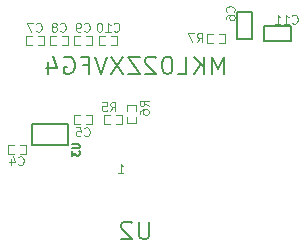
<source format=gbo>
G04 (created by PCBNEW (2013-07-07 BZR 4022)-stable) date 10/2/2014 10:21:40 AM*
%MOIN*%
G04 Gerber Fmt 3.4, Leading zero omitted, Abs format*
%FSLAX34Y34*%
G01*
G70*
G90*
G04 APERTURE LIST*
%ADD10C,0.00590551*%
%ADD11C,0.005*%
%ADD12C,0.0028*%
%ADD13C,0.00472441*%
G04 APERTURE END LIST*
G54D10*
G54D11*
X83440Y-55490D02*
X82540Y-55490D01*
X82540Y-55490D02*
X82540Y-55990D01*
X82540Y-55990D02*
X83440Y-55990D01*
X83440Y-55990D02*
X83440Y-55490D01*
X81650Y-55000D02*
X81650Y-55900D01*
X81650Y-55900D02*
X82150Y-55900D01*
X82150Y-55900D02*
X82150Y-55000D01*
X82150Y-55000D02*
X81650Y-55000D01*
X74800Y-58750D02*
X74800Y-59450D01*
X74800Y-59450D02*
X76000Y-59450D01*
X76000Y-59450D02*
X76000Y-58750D01*
X76000Y-58750D02*
X74800Y-58750D01*
G54D12*
X77450Y-55800D02*
X77650Y-55800D01*
X77650Y-55800D02*
X77650Y-56100D01*
X77650Y-56100D02*
X77450Y-56100D01*
X77250Y-55800D02*
X77050Y-55800D01*
X77050Y-55800D02*
X77050Y-56100D01*
X77050Y-56100D02*
X77250Y-56100D01*
X75000Y-55800D02*
X75200Y-55800D01*
X75200Y-55800D02*
X75200Y-56100D01*
X75200Y-56100D02*
X75000Y-56100D01*
X74800Y-55800D02*
X74600Y-55800D01*
X74600Y-55800D02*
X74600Y-56100D01*
X74600Y-56100D02*
X74800Y-56100D01*
X80850Y-56050D02*
X80650Y-56050D01*
X80650Y-56050D02*
X80650Y-55750D01*
X80650Y-55750D02*
X80850Y-55750D01*
X81050Y-56050D02*
X81250Y-56050D01*
X81250Y-56050D02*
X81250Y-55750D01*
X81250Y-55750D02*
X81050Y-55750D01*
X77400Y-58750D02*
X77200Y-58750D01*
X77200Y-58750D02*
X77200Y-58450D01*
X77200Y-58450D02*
X77400Y-58450D01*
X77600Y-58750D02*
X77800Y-58750D01*
X77800Y-58750D02*
X77800Y-58450D01*
X77800Y-58450D02*
X77600Y-58450D01*
X75800Y-55800D02*
X76000Y-55800D01*
X76000Y-55800D02*
X76000Y-56100D01*
X76000Y-56100D02*
X75800Y-56100D01*
X75600Y-55800D02*
X75400Y-55800D01*
X75400Y-55800D02*
X75400Y-56100D01*
X75400Y-56100D02*
X75600Y-56100D01*
X76400Y-56100D02*
X76200Y-56100D01*
X76200Y-56100D02*
X76200Y-55800D01*
X76200Y-55800D02*
X76400Y-55800D01*
X76600Y-56100D02*
X76800Y-56100D01*
X76800Y-56100D02*
X76800Y-55800D01*
X76800Y-55800D02*
X76600Y-55800D01*
X76400Y-58750D02*
X76200Y-58750D01*
X76200Y-58750D02*
X76200Y-58450D01*
X76200Y-58450D02*
X76400Y-58450D01*
X76600Y-58750D02*
X76800Y-58750D01*
X76800Y-58750D02*
X76800Y-58450D01*
X76800Y-58450D02*
X76600Y-58450D01*
X74400Y-59450D02*
X74600Y-59450D01*
X74600Y-59450D02*
X74600Y-59750D01*
X74600Y-59750D02*
X74400Y-59750D01*
X74200Y-59450D02*
X74000Y-59450D01*
X74000Y-59450D02*
X74000Y-59750D01*
X74000Y-59750D02*
X74200Y-59750D01*
X78275Y-58525D02*
X78275Y-58725D01*
X78275Y-58725D02*
X77975Y-58725D01*
X77975Y-58725D02*
X77975Y-58525D01*
X78275Y-58325D02*
X78275Y-58125D01*
X78275Y-58125D02*
X77975Y-58125D01*
X77975Y-58125D02*
X77975Y-58325D01*
G54D13*
X83479Y-55374D02*
X83493Y-55388D01*
X83535Y-55402D01*
X83563Y-55402D01*
X83605Y-55388D01*
X83633Y-55360D01*
X83647Y-55332D01*
X83661Y-55276D01*
X83661Y-55234D01*
X83647Y-55177D01*
X83633Y-55149D01*
X83605Y-55121D01*
X83563Y-55107D01*
X83535Y-55107D01*
X83493Y-55121D01*
X83479Y-55135D01*
X83197Y-55402D02*
X83366Y-55402D01*
X83282Y-55402D02*
X83282Y-55107D01*
X83310Y-55149D01*
X83338Y-55177D01*
X83366Y-55191D01*
X82916Y-55402D02*
X83085Y-55402D01*
X83000Y-55402D02*
X83000Y-55107D01*
X83029Y-55149D01*
X83057Y-55177D01*
X83085Y-55191D01*
X81534Y-55001D02*
X81548Y-54987D01*
X81562Y-54945D01*
X81562Y-54917D01*
X81548Y-54875D01*
X81520Y-54846D01*
X81492Y-54832D01*
X81436Y-54818D01*
X81394Y-54818D01*
X81337Y-54832D01*
X81309Y-54846D01*
X81281Y-54875D01*
X81267Y-54917D01*
X81267Y-54945D01*
X81281Y-54987D01*
X81295Y-55001D01*
X81267Y-55254D02*
X81267Y-55198D01*
X81281Y-55170D01*
X81295Y-55156D01*
X81337Y-55128D01*
X81394Y-55114D01*
X81506Y-55114D01*
X81534Y-55128D01*
X81548Y-55142D01*
X81562Y-55170D01*
X81562Y-55226D01*
X81548Y-55254D01*
X81534Y-55268D01*
X81506Y-55282D01*
X81436Y-55282D01*
X81408Y-55268D01*
X81394Y-55254D01*
X81380Y-55226D01*
X81380Y-55170D01*
X81394Y-55142D01*
X81408Y-55128D01*
X81436Y-55114D01*
G54D11*
X76151Y-59409D02*
X76353Y-59409D01*
X76377Y-59421D01*
X76389Y-59433D01*
X76401Y-59457D01*
X76401Y-59504D01*
X76389Y-59528D01*
X76377Y-59540D01*
X76353Y-59552D01*
X76151Y-59552D01*
X76151Y-59647D02*
X76151Y-59802D01*
X76246Y-59719D01*
X76246Y-59754D01*
X76258Y-59778D01*
X76270Y-59790D01*
X76294Y-59802D01*
X76353Y-59802D01*
X76377Y-59790D01*
X76389Y-59778D01*
X76401Y-59754D01*
X76401Y-59683D01*
X76389Y-59659D01*
X76377Y-59647D01*
G54D13*
X77539Y-55641D02*
X77553Y-55655D01*
X77596Y-55669D01*
X77624Y-55669D01*
X77666Y-55655D01*
X77694Y-55627D01*
X77708Y-55599D01*
X77722Y-55542D01*
X77722Y-55500D01*
X77708Y-55444D01*
X77694Y-55416D01*
X77666Y-55388D01*
X77624Y-55374D01*
X77596Y-55374D01*
X77553Y-55388D01*
X77539Y-55402D01*
X77258Y-55669D02*
X77427Y-55669D01*
X77342Y-55669D02*
X77342Y-55374D01*
X77371Y-55416D01*
X77399Y-55444D01*
X77427Y-55458D01*
X77075Y-55374D02*
X77047Y-55374D01*
X77019Y-55388D01*
X77005Y-55402D01*
X76991Y-55430D01*
X76977Y-55486D01*
X76977Y-55557D01*
X76991Y-55613D01*
X77005Y-55641D01*
X77019Y-55655D01*
X77047Y-55669D01*
X77075Y-55669D01*
X77103Y-55655D01*
X77117Y-55641D01*
X77132Y-55613D01*
X77146Y-55557D01*
X77146Y-55486D01*
X77132Y-55430D01*
X77117Y-55402D01*
X77103Y-55388D01*
X77075Y-55374D01*
X74949Y-55641D02*
X74963Y-55655D01*
X75005Y-55669D01*
X75033Y-55669D01*
X75075Y-55655D01*
X75103Y-55627D01*
X75117Y-55599D01*
X75132Y-55542D01*
X75132Y-55500D01*
X75117Y-55444D01*
X75103Y-55416D01*
X75075Y-55388D01*
X75033Y-55374D01*
X75005Y-55374D01*
X74963Y-55388D01*
X74949Y-55402D01*
X74850Y-55374D02*
X74653Y-55374D01*
X74780Y-55669D01*
X80299Y-56019D02*
X80397Y-55878D01*
X80467Y-56019D02*
X80467Y-55724D01*
X80355Y-55724D01*
X80327Y-55738D01*
X80313Y-55752D01*
X80299Y-55780D01*
X80299Y-55822D01*
X80313Y-55850D01*
X80327Y-55864D01*
X80355Y-55878D01*
X80467Y-55878D01*
X80200Y-55724D02*
X80003Y-55724D01*
X80130Y-56019D01*
X77424Y-58319D02*
X77522Y-58178D01*
X77592Y-58319D02*
X77592Y-58024D01*
X77480Y-58024D01*
X77452Y-58038D01*
X77438Y-58052D01*
X77424Y-58080D01*
X77424Y-58122D01*
X77438Y-58150D01*
X77452Y-58164D01*
X77480Y-58178D01*
X77592Y-58178D01*
X77157Y-58024D02*
X77297Y-58024D01*
X77311Y-58164D01*
X77297Y-58150D01*
X77269Y-58136D01*
X77199Y-58136D01*
X77171Y-58150D01*
X77157Y-58164D01*
X77142Y-58192D01*
X77142Y-58263D01*
X77157Y-58291D01*
X77171Y-58305D01*
X77199Y-58319D01*
X77269Y-58319D01*
X77297Y-58305D01*
X77311Y-58291D01*
X75749Y-55641D02*
X75763Y-55655D01*
X75805Y-55669D01*
X75833Y-55669D01*
X75875Y-55655D01*
X75903Y-55627D01*
X75917Y-55599D01*
X75932Y-55542D01*
X75932Y-55500D01*
X75917Y-55444D01*
X75903Y-55416D01*
X75875Y-55388D01*
X75833Y-55374D01*
X75805Y-55374D01*
X75763Y-55388D01*
X75749Y-55402D01*
X75580Y-55500D02*
X75608Y-55486D01*
X75622Y-55472D01*
X75636Y-55444D01*
X75636Y-55430D01*
X75622Y-55402D01*
X75608Y-55388D01*
X75580Y-55374D01*
X75524Y-55374D01*
X75496Y-55388D01*
X75482Y-55402D01*
X75467Y-55430D01*
X75467Y-55444D01*
X75482Y-55472D01*
X75496Y-55486D01*
X75524Y-55500D01*
X75580Y-55500D01*
X75608Y-55514D01*
X75622Y-55528D01*
X75636Y-55557D01*
X75636Y-55613D01*
X75622Y-55641D01*
X75608Y-55655D01*
X75580Y-55669D01*
X75524Y-55669D01*
X75496Y-55655D01*
X75482Y-55641D01*
X75467Y-55613D01*
X75467Y-55557D01*
X75482Y-55528D01*
X75496Y-55514D01*
X75524Y-55500D01*
X76549Y-55641D02*
X76563Y-55655D01*
X76605Y-55669D01*
X76633Y-55669D01*
X76675Y-55655D01*
X76703Y-55627D01*
X76717Y-55599D01*
X76732Y-55542D01*
X76732Y-55500D01*
X76717Y-55444D01*
X76703Y-55416D01*
X76675Y-55388D01*
X76633Y-55374D01*
X76605Y-55374D01*
X76563Y-55388D01*
X76549Y-55402D01*
X76408Y-55669D02*
X76352Y-55669D01*
X76324Y-55655D01*
X76310Y-55641D01*
X76282Y-55599D01*
X76267Y-55542D01*
X76267Y-55430D01*
X76282Y-55402D01*
X76296Y-55388D01*
X76324Y-55374D01*
X76380Y-55374D01*
X76408Y-55388D01*
X76422Y-55402D01*
X76436Y-55430D01*
X76436Y-55500D01*
X76422Y-55528D01*
X76408Y-55542D01*
X76380Y-55557D01*
X76324Y-55557D01*
X76296Y-55542D01*
X76282Y-55528D01*
X76267Y-55500D01*
X76549Y-59131D02*
X76563Y-59145D01*
X76605Y-59159D01*
X76633Y-59159D01*
X76675Y-59145D01*
X76703Y-59117D01*
X76717Y-59089D01*
X76732Y-59032D01*
X76732Y-58990D01*
X76717Y-58934D01*
X76703Y-58906D01*
X76675Y-58878D01*
X76633Y-58864D01*
X76605Y-58864D01*
X76563Y-58878D01*
X76549Y-58892D01*
X76282Y-58864D02*
X76422Y-58864D01*
X76436Y-59004D01*
X76422Y-58990D01*
X76394Y-58976D01*
X76324Y-58976D01*
X76296Y-58990D01*
X76282Y-59004D01*
X76267Y-59032D01*
X76267Y-59103D01*
X76282Y-59131D01*
X76296Y-59145D01*
X76324Y-59159D01*
X76394Y-59159D01*
X76422Y-59145D01*
X76436Y-59131D01*
X74349Y-60091D02*
X74363Y-60105D01*
X74405Y-60119D01*
X74433Y-60119D01*
X74475Y-60105D01*
X74503Y-60077D01*
X74517Y-60049D01*
X74532Y-59992D01*
X74532Y-59950D01*
X74517Y-59894D01*
X74503Y-59866D01*
X74475Y-59838D01*
X74433Y-59824D01*
X74405Y-59824D01*
X74363Y-59838D01*
X74349Y-59852D01*
X74096Y-59922D02*
X74096Y-60119D01*
X74166Y-59810D02*
X74236Y-60021D01*
X74053Y-60021D01*
X78694Y-58150D02*
X78553Y-58052D01*
X78694Y-57982D02*
X78399Y-57982D01*
X78399Y-58094D01*
X78413Y-58122D01*
X78427Y-58136D01*
X78455Y-58150D01*
X78497Y-58150D01*
X78525Y-58136D01*
X78539Y-58122D01*
X78553Y-58094D01*
X78553Y-57982D01*
X78399Y-58403D02*
X78399Y-58347D01*
X78413Y-58319D01*
X78427Y-58305D01*
X78469Y-58277D01*
X78525Y-58263D01*
X78638Y-58263D01*
X78666Y-58277D01*
X78680Y-58291D01*
X78694Y-58319D01*
X78694Y-58375D01*
X78680Y-58403D01*
X78666Y-58417D01*
X78638Y-58432D01*
X78567Y-58432D01*
X78539Y-58417D01*
X78525Y-58403D01*
X78511Y-58375D01*
X78511Y-58319D01*
X78525Y-58291D01*
X78539Y-58277D01*
X78567Y-58263D01*
G54D10*
X78719Y-61998D02*
X78719Y-62476D01*
X78691Y-62532D01*
X78663Y-62560D01*
X78607Y-62589D01*
X78494Y-62589D01*
X78438Y-62560D01*
X78410Y-62532D01*
X78382Y-62476D01*
X78382Y-61998D01*
X78129Y-62054D02*
X78101Y-62026D01*
X78045Y-61998D01*
X77904Y-61998D01*
X77848Y-62026D01*
X77820Y-62054D01*
X77791Y-62110D01*
X77791Y-62167D01*
X77820Y-62251D01*
X78157Y-62589D01*
X77791Y-62589D01*
X81208Y-57089D02*
X81208Y-56498D01*
X81011Y-56920D01*
X80814Y-56498D01*
X80814Y-57089D01*
X80533Y-57089D02*
X80533Y-56498D01*
X80196Y-57089D02*
X80449Y-56751D01*
X80196Y-56498D02*
X80533Y-56835D01*
X79662Y-57089D02*
X79943Y-57089D01*
X79943Y-56498D01*
X79352Y-56498D02*
X79296Y-56498D01*
X79240Y-56526D01*
X79212Y-56554D01*
X79183Y-56610D01*
X79155Y-56723D01*
X79155Y-56864D01*
X79183Y-56976D01*
X79212Y-57032D01*
X79240Y-57060D01*
X79296Y-57089D01*
X79352Y-57089D01*
X79408Y-57060D01*
X79437Y-57032D01*
X79465Y-56976D01*
X79493Y-56864D01*
X79493Y-56723D01*
X79465Y-56610D01*
X79437Y-56554D01*
X79408Y-56526D01*
X79352Y-56498D01*
X78930Y-56554D02*
X78902Y-56526D01*
X78846Y-56498D01*
X78705Y-56498D01*
X78649Y-56526D01*
X78621Y-56554D01*
X78593Y-56610D01*
X78593Y-56667D01*
X78621Y-56751D01*
X78958Y-57089D01*
X78593Y-57089D01*
X78396Y-56498D02*
X78002Y-56498D01*
X78396Y-57089D01*
X78002Y-57089D01*
X77834Y-56498D02*
X77440Y-57089D01*
X77440Y-56498D02*
X77834Y-57089D01*
X77299Y-56498D02*
X77102Y-57089D01*
X76906Y-56498D01*
X76512Y-56779D02*
X76709Y-56779D01*
X76709Y-57089D02*
X76709Y-56498D01*
X76428Y-56498D01*
X75893Y-56526D02*
X75949Y-56498D01*
X76034Y-56498D01*
X76118Y-56526D01*
X76174Y-56582D01*
X76203Y-56639D01*
X76231Y-56751D01*
X76231Y-56835D01*
X76203Y-56948D01*
X76174Y-57004D01*
X76118Y-57060D01*
X76034Y-57089D01*
X75978Y-57089D01*
X75893Y-57060D01*
X75865Y-57032D01*
X75865Y-56835D01*
X75978Y-56835D01*
X75359Y-56695D02*
X75359Y-57089D01*
X75500Y-56470D02*
X75640Y-56892D01*
X75275Y-56892D01*
G54D13*
X77685Y-60369D02*
X77854Y-60369D01*
X77770Y-60369D02*
X77770Y-60074D01*
X77798Y-60116D01*
X77826Y-60144D01*
X77854Y-60158D01*
M02*

</source>
